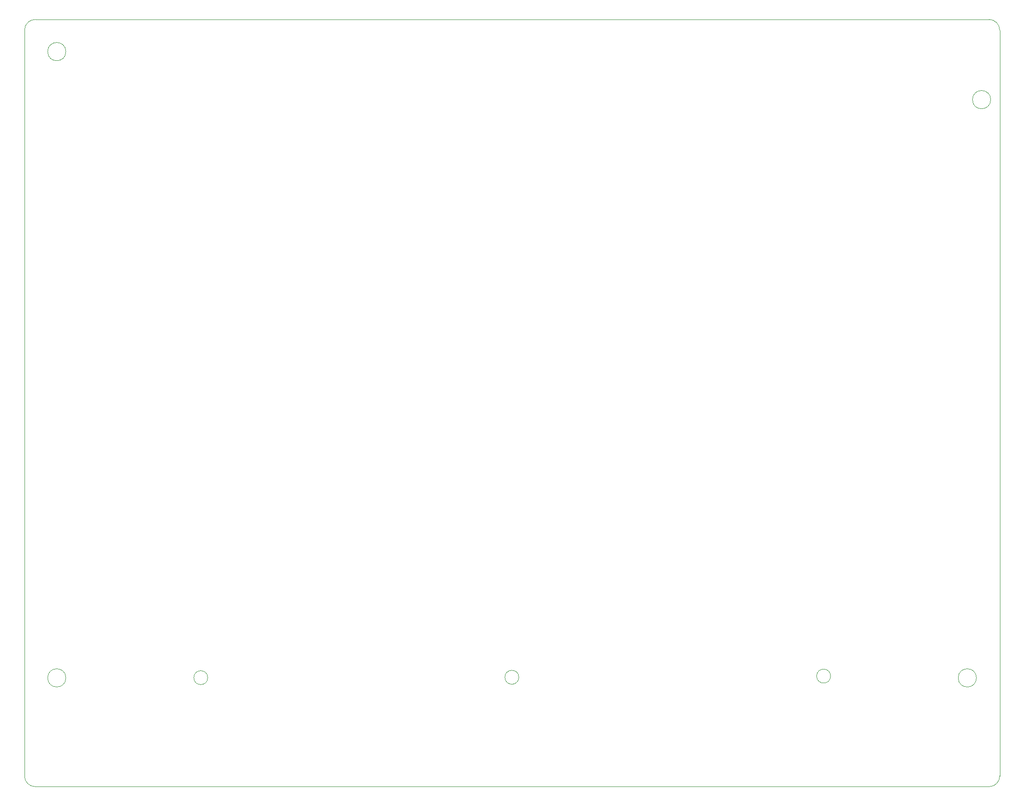
<source format=gbr>
%TF.GenerationSoftware,KiCad,Pcbnew,8.0.8*%
%TF.CreationDate,2025-02-05T20:28:34+09:00*%
%TF.ProjectId,Marre-BASE_V1.0,4d617272-652d-4424-9153-455f56312e30,rev?*%
%TF.SameCoordinates,Original*%
%TF.FileFunction,Profile,NP*%
%FSLAX46Y46*%
G04 Gerber Fmt 4.6, Leading zero omitted, Abs format (unit mm)*
G04 Created by KiCad (PCBNEW 8.0.8) date 2025-02-05 20:28:34*
%MOMM*%
%LPD*%
G01*
G04 APERTURE LIST*
%TA.AperFunction,Profile*%
%ADD10C,0.050000*%
%TD*%
%TA.AperFunction,Profile*%
%ADD11C,0.120000*%
%TD*%
G04 APERTURE END LIST*
D10*
X125680000Y-62475000D02*
G75*
G02*
X122280000Y-62475000I-1700000J0D01*
G01*
X122280000Y-62475000D02*
G75*
G02*
X125680000Y-62475000I1700000J0D01*
G01*
X125680000Y-179375000D02*
G75*
G02*
X122280000Y-179375000I-1700000J0D01*
G01*
X122280000Y-179375000D02*
G75*
G02*
X125680000Y-179375000I1700000J0D01*
G01*
X117970000Y-58470000D02*
G75*
G02*
X119970000Y-56470000I2000000J0D01*
G01*
X299800000Y-197685000D02*
G75*
G02*
X297800000Y-199685000I-2000000J0D01*
G01*
X295450000Y-179375000D02*
G75*
G02*
X292050000Y-179375000I-1700000J0D01*
G01*
X292050000Y-179375000D02*
G75*
G02*
X295450000Y-179375000I1700000J0D01*
G01*
X297800000Y-56470000D02*
G75*
G02*
X299800000Y-58470000I0J-2000000D01*
G01*
X119970000Y-199685000D02*
G75*
G02*
X117970000Y-197685000I0J2000000D01*
G01*
X299800000Y-58470000D02*
X299800000Y-197685000D01*
X119970000Y-199685000D02*
X297800000Y-199685000D01*
X119970000Y-56470000D02*
X297800000Y-56470000D01*
X298110000Y-71440000D02*
G75*
G02*
X294710000Y-71440000I-1700000J0D01*
G01*
X294710000Y-71440000D02*
G75*
G02*
X298110000Y-71440000I1700000J0D01*
G01*
X117970000Y-58455000D02*
X117970000Y-197685000D01*
D11*
%TO.C,CON_2*%
X210130000Y-179265000D02*
G75*
G02*
X207530000Y-179265000I-1300000J0D01*
G01*
X207530000Y-179265000D02*
G75*
G02*
X210130000Y-179265000I1300000J0D01*
G01*
%TO.C,CON_3*%
X268260000Y-179040000D02*
G75*
G02*
X265660000Y-179040000I-1300000J0D01*
G01*
X265660000Y-179040000D02*
G75*
G02*
X268260000Y-179040000I1300000J0D01*
G01*
%TO.C,CON_1*%
X152130000Y-179335000D02*
G75*
G02*
X149530000Y-179335000I-1300000J0D01*
G01*
X149530000Y-179335000D02*
G75*
G02*
X152130000Y-179335000I1300000J0D01*
G01*
%TD*%
M02*

</source>
